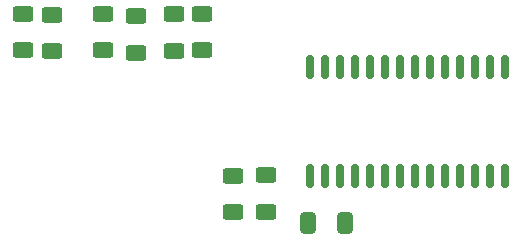
<source format=gbp>
%TF.GenerationSoftware,KiCad,Pcbnew,7.0.7*%
%TF.CreationDate,2024-03-19T10:01:58+01:00*%
%TF.ProjectId,Poly_UA_controller_5enc_5sw,506f6c79-5f55-4415-9f63-6f6e74726f6c,rev?*%
%TF.SameCoordinates,Original*%
%TF.FileFunction,Paste,Bot*%
%TF.FilePolarity,Positive*%
%FSLAX46Y46*%
G04 Gerber Fmt 4.6, Leading zero omitted, Abs format (unit mm)*
G04 Created by KiCad (PCBNEW 7.0.7) date 2024-03-19 10:01:58*
%MOMM*%
%LPD*%
G01*
G04 APERTURE LIST*
G04 Aperture macros list*
%AMRoundRect*
0 Rectangle with rounded corners*
0 $1 Rounding radius*
0 $2 $3 $4 $5 $6 $7 $8 $9 X,Y pos of 4 corners*
0 Add a 4 corners polygon primitive as box body*
4,1,4,$2,$3,$4,$5,$6,$7,$8,$9,$2,$3,0*
0 Add four circle primitives for the rounded corners*
1,1,$1+$1,$2,$3*
1,1,$1+$1,$4,$5*
1,1,$1+$1,$6,$7*
1,1,$1+$1,$8,$9*
0 Add four rect primitives between the rounded corners*
20,1,$1+$1,$2,$3,$4,$5,0*
20,1,$1+$1,$4,$5,$6,$7,0*
20,1,$1+$1,$6,$7,$8,$9,0*
20,1,$1+$1,$8,$9,$2,$3,0*%
G04 Aperture macros list end*
%ADD10RoundRect,0.250000X-0.625000X0.400000X-0.625000X-0.400000X0.625000X-0.400000X0.625000X0.400000X0*%
%ADD11RoundRect,0.250000X0.625000X-0.400000X0.625000X0.400000X-0.625000X0.400000X-0.625000X-0.400000X0*%
%ADD12RoundRect,0.150000X0.150000X-0.875000X0.150000X0.875000X-0.150000X0.875000X-0.150000X-0.875000X0*%
%ADD13RoundRect,0.250000X-0.412500X-0.650000X0.412500X-0.650000X0.412500X0.650000X-0.412500X0.650000X0*%
G04 APERTURE END LIST*
D10*
%TO.C,R5*%
X164171200Y-17653000D03*
X164171200Y-20753000D03*
%TD*%
D11*
%TO.C,R8*%
X151369600Y-20702200D03*
X151369600Y-17602200D03*
%TD*%
%TO.C,R7*%
X166558800Y-17627600D03*
X166558800Y-20727600D03*
%TD*%
D10*
%TO.C,R6*%
X153858800Y-17703800D03*
X153858800Y-20803800D03*
%TD*%
D11*
%TO.C,R4*%
X158151400Y-20702200D03*
X158151400Y-17602200D03*
%TD*%
D10*
%TO.C,R3*%
X160920000Y-17805400D03*
X160920000Y-20905400D03*
%TD*%
D12*
%TO.C,U1*%
X192201800Y-22096200D03*
X190931800Y-22096200D03*
X189661800Y-22096200D03*
X188391800Y-22096200D03*
X187121800Y-22096200D03*
X185851800Y-22096200D03*
X184581800Y-22096200D03*
X183311800Y-22096200D03*
X182041800Y-22096200D03*
X180771800Y-22096200D03*
X179501800Y-22096200D03*
X178231800Y-22096200D03*
X176961800Y-22096200D03*
X175691800Y-22096200D03*
X175691800Y-31396200D03*
X176961800Y-31396200D03*
X178231800Y-31396200D03*
X179501800Y-31396200D03*
X180771800Y-31396200D03*
X182041800Y-31396200D03*
X183311800Y-31396200D03*
X184581800Y-31396200D03*
X185851800Y-31396200D03*
X187121800Y-31396200D03*
X188391800Y-31396200D03*
X189661800Y-31396200D03*
X190931800Y-31396200D03*
X192201800Y-31396200D03*
%TD*%
D13*
%TO.C,C3*%
X175498800Y-35306000D03*
X178623800Y-35306000D03*
%TD*%
D11*
%TO.C,R1*%
X169200400Y-34418200D03*
X169200400Y-31318200D03*
%TD*%
D10*
%TO.C,R2*%
X171994400Y-31267400D03*
X171994400Y-34367400D03*
%TD*%
M02*

</source>
